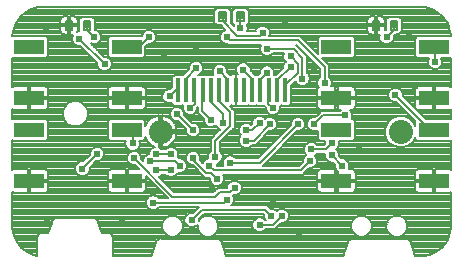
<source format=gbl>
G75*
%MOIN*%
%OFA0B0*%
%FSLAX24Y24*%
%IPPOS*%
%LPD*%
%AMOC8*
5,1,8,0,0,1.08239X$1,22.5*
%
%ADD10R,0.0138X0.0787*%
%ADD11C,0.0075*%
%ADD12R,0.1000X0.0500*%
%ADD13C,0.0800*%
%ADD14C,0.0060*%
%ADD15C,0.0240*%
%ADD16C,0.0080*%
D10*
X005864Y005888D03*
X006140Y005888D03*
X006415Y005888D03*
X006691Y005888D03*
X006966Y005888D03*
X007242Y005888D03*
X007518Y005888D03*
X007793Y005888D03*
X008069Y005888D03*
X008344Y005888D03*
X008620Y005888D03*
X008895Y005888D03*
X009171Y005888D03*
X009447Y005888D03*
D11*
X012360Y008187D02*
X012586Y008187D01*
X012586Y007911D01*
X012360Y007911D01*
X012360Y008187D01*
X012360Y007985D02*
X012586Y007985D01*
X012586Y008059D02*
X012360Y008059D01*
X012360Y008133D02*
X012586Y008133D01*
X012960Y008187D02*
X013186Y008187D01*
X013186Y007911D01*
X012960Y007911D01*
X012960Y008187D01*
X012960Y007985D02*
X013186Y007985D01*
X013186Y008059D02*
X012960Y008059D01*
X012960Y008133D02*
X013186Y008133D01*
X008068Y008482D02*
X007842Y008482D01*
X008068Y008482D02*
X008068Y008206D01*
X007842Y008206D01*
X007842Y008482D01*
X007842Y008280D02*
X008068Y008280D01*
X008068Y008354D02*
X007842Y008354D01*
X007842Y008428D02*
X008068Y008428D01*
X007468Y008482D02*
X007242Y008482D01*
X007468Y008482D02*
X007468Y008206D01*
X007242Y008206D01*
X007242Y008482D01*
X007242Y008280D02*
X007468Y008280D01*
X007468Y008354D02*
X007242Y008354D01*
X007242Y008428D02*
X007468Y008428D01*
X002950Y008187D02*
X002724Y008187D01*
X002950Y008187D02*
X002950Y007911D01*
X002724Y007911D01*
X002724Y008187D01*
X002724Y007985D02*
X002950Y007985D01*
X002950Y008059D02*
X002724Y008059D01*
X002724Y008133D02*
X002950Y008133D01*
X002350Y008187D02*
X002124Y008187D01*
X002350Y008187D02*
X002350Y007911D01*
X002124Y007911D01*
X002124Y008187D01*
X002124Y007985D02*
X002350Y007985D01*
X002350Y008059D02*
X002124Y008059D01*
X002124Y008133D02*
X002350Y008133D01*
D12*
X000912Y007324D03*
X000912Y005624D03*
X000912Y004568D03*
X000912Y002868D03*
X004163Y002868D03*
X004163Y004568D03*
X004163Y005624D03*
X004163Y007324D03*
X011148Y007324D03*
X011148Y005624D03*
X011148Y004568D03*
X011148Y002868D03*
X014399Y002868D03*
X014399Y004568D03*
X014399Y005624D03*
X014399Y007324D03*
D13*
X013293Y004506D03*
X005293Y004506D03*
D14*
X005834Y005096D02*
X006376Y004555D01*
X006966Y004899D02*
X006671Y005195D01*
X006671Y005884D01*
X006691Y005888D01*
X006425Y005884D02*
X006415Y005888D01*
X006425Y005884D02*
X006425Y005441D01*
X006277Y005293D01*
X006966Y005490D02*
X006966Y005888D01*
X007242Y005888D02*
X007262Y005884D01*
X007262Y005490D01*
X007606Y005145D01*
X007606Y004703D01*
X007114Y004210D01*
X007114Y003669D01*
X006917Y003374D02*
X007065Y003226D01*
X009968Y003226D01*
X010264Y003521D01*
X010313Y003915D02*
X010805Y003915D01*
X011002Y004112D01*
X011002Y003718D02*
X011346Y003374D01*
X010411Y004752D02*
X010706Y005047D01*
X011445Y005047D01*
X009870Y004752D02*
X008590Y003472D01*
X007606Y003472D01*
X007163Y002931D02*
X006966Y003128D01*
X006819Y003128D01*
X006376Y003571D01*
X006376Y003620D01*
X005933Y003374D02*
X005785Y003521D01*
X004949Y003521D01*
X005145Y003768D02*
X005638Y003768D01*
X005638Y003226D02*
X005145Y003226D01*
X004407Y003620D02*
X005687Y002340D01*
X007114Y002340D01*
X007262Y002488D01*
X007606Y002488D01*
X007754Y002636D01*
X007508Y002242D02*
X007409Y002144D01*
X005047Y002144D01*
X006327Y001553D02*
X006671Y001897D01*
X008787Y001897D01*
X008984Y001701D01*
X009033Y001405D02*
X008590Y001405D01*
X009033Y001405D02*
X009329Y001701D01*
X008394Y004210D02*
X008147Y004210D01*
X008394Y004210D02*
X008935Y004752D01*
X008590Y004801D02*
X008344Y004555D01*
X008147Y004555D01*
X007360Y004801D02*
X007360Y005096D01*
X006966Y005490D01*
X007518Y005888D02*
X007508Y005933D01*
X007508Y006277D01*
X007262Y006523D01*
X008049Y006573D02*
X008344Y006277D01*
X008344Y005888D01*
X008620Y005888D02*
X008640Y005933D01*
X008640Y006277D01*
X008836Y006474D01*
X009181Y006228D02*
X009181Y005933D01*
X009171Y005888D01*
X009447Y005888D02*
X009476Y005933D01*
X009476Y006081D01*
X009870Y006474D01*
X009870Y006769D01*
X009624Y007016D01*
X009722Y007262D02*
X010018Y006966D01*
X010018Y006277D01*
X009624Y006671D02*
X009181Y006228D01*
X008895Y005888D02*
X008886Y005884D01*
X008886Y005441D01*
X009033Y005293D01*
X010756Y006130D02*
X010756Y006671D01*
X009870Y007557D01*
X007606Y007557D01*
X007508Y007655D01*
X007852Y007705D02*
X007360Y008197D01*
X007360Y008344D01*
X007355Y008344D01*
X007951Y008344D02*
X007951Y007951D01*
X007852Y007705D02*
X008590Y007705D01*
X008689Y007803D01*
X008836Y007262D02*
X009722Y007262D01*
X007955Y008344D02*
X007951Y008344D01*
X006474Y006622D02*
X006130Y006277D01*
X006130Y005933D01*
X006140Y005888D01*
X005864Y005888D02*
X005834Y005933D01*
X005588Y005687D01*
X004358Y004407D02*
X004210Y004555D01*
X004163Y004568D01*
X004358Y004407D02*
X004358Y004112D01*
X003177Y003768D02*
X002685Y003275D01*
X003423Y006769D02*
X002586Y007606D01*
X002832Y007901D02*
X002832Y008049D01*
X002837Y008049D01*
X002832Y007901D02*
X003079Y007655D01*
X004163Y007324D02*
X004210Y007360D01*
X004604Y007360D01*
X004899Y007655D01*
X012823Y007655D02*
X013069Y007901D01*
X013069Y008049D01*
X013073Y008049D01*
X014399Y007324D02*
X014447Y007311D01*
X014447Y006819D01*
X013118Y005736D02*
X014250Y004604D01*
X014397Y004604D01*
X014399Y004568D01*
D15*
X013118Y005736D03*
X013758Y006031D03*
X014447Y006819D03*
X013561Y007803D03*
X012823Y007655D03*
X010756Y006130D03*
X010411Y006671D03*
X010018Y006277D03*
X009624Y006671D03*
X009624Y007016D03*
X008836Y007262D03*
X008689Y007803D03*
X007951Y007951D03*
X007508Y007655D03*
X006474Y007262D03*
X006474Y006622D03*
X007262Y006523D03*
X008049Y006573D03*
X008836Y006474D03*
X009033Y005293D03*
X008935Y004752D03*
X008590Y004801D03*
X008147Y004555D03*
X008147Y004210D03*
X007360Y004801D03*
X006966Y004899D03*
X006376Y004555D03*
X005834Y005096D03*
X006277Y005293D03*
X005588Y005687D03*
X005392Y007065D03*
X004899Y007655D03*
X003423Y006769D03*
X003079Y007655D03*
X002586Y007606D03*
X001455Y007852D03*
X004358Y004112D03*
X004407Y003620D03*
X004949Y003521D03*
X005145Y003768D03*
X005638Y003768D03*
X005933Y003374D03*
X005638Y003226D03*
X005145Y003226D03*
X006376Y003620D03*
X006917Y003374D03*
X007114Y003669D03*
X007606Y003472D03*
X007163Y002931D03*
X007016Y002586D03*
X007508Y002242D03*
X007754Y002636D03*
X008984Y001701D03*
X009329Y001701D03*
X009033Y002094D03*
X008590Y001405D03*
X009919Y001061D03*
X011346Y003374D03*
X011002Y003718D03*
X011002Y004112D03*
X010313Y003915D03*
X010264Y003521D03*
X011888Y003915D03*
X010411Y004752D03*
X009870Y004752D03*
X011445Y005047D03*
X009427Y008147D03*
X003177Y003768D03*
X002685Y003275D03*
X005047Y002144D03*
X004014Y001455D03*
X006327Y001553D03*
X001504Y001504D03*
D16*
X000897Y000455D02*
X000641Y000641D01*
X000455Y000897D01*
X000357Y001198D01*
X000345Y001356D01*
X000345Y002495D01*
X000358Y002488D01*
X000393Y002478D01*
X000872Y002478D01*
X000872Y002828D01*
X000952Y002828D01*
X000952Y002908D01*
X001552Y002908D01*
X001552Y003137D01*
X001542Y003172D01*
X001524Y003204D01*
X001498Y003230D01*
X001466Y003249D01*
X001430Y003258D01*
X000952Y003258D01*
X000952Y002908D01*
X000872Y002908D01*
X000872Y003258D01*
X000393Y003258D01*
X000358Y003249D01*
X000345Y003242D01*
X000345Y004215D01*
X000362Y004198D01*
X001461Y004198D01*
X001532Y004269D01*
X001532Y004868D01*
X001461Y004938D01*
X000362Y004938D01*
X000345Y004921D01*
X000345Y005251D01*
X000358Y005244D01*
X000393Y005234D01*
X000872Y005234D01*
X000872Y005584D01*
X000952Y005584D01*
X000952Y005664D01*
X001552Y005664D01*
X001552Y005893D01*
X001542Y005928D01*
X001524Y005960D01*
X001498Y005986D01*
X001466Y006005D01*
X001430Y006014D01*
X000952Y006014D01*
X000952Y005664D01*
X000872Y005664D01*
X000872Y006014D01*
X000393Y006014D01*
X000358Y006005D01*
X000345Y005997D01*
X000345Y006971D01*
X000362Y006954D01*
X001461Y006954D01*
X001532Y007025D01*
X001532Y007624D01*
X001461Y007694D01*
X000362Y007694D01*
X000347Y007679D01*
X000357Y007813D01*
X000455Y008114D01*
X000641Y008370D01*
X000897Y008556D01*
X001198Y008654D01*
X001356Y008666D01*
X013955Y008666D01*
X014113Y008654D01*
X014414Y008556D01*
X014669Y008370D01*
X014855Y008114D01*
X014953Y007813D01*
X014964Y007679D01*
X014949Y007694D01*
X013849Y007694D01*
X013779Y007624D01*
X013779Y007025D01*
X013849Y006954D01*
X014243Y006954D01*
X014207Y006866D01*
X014207Y006771D01*
X014243Y006683D01*
X014311Y006615D01*
X014399Y006579D01*
X014494Y006579D01*
X014583Y006615D01*
X014650Y006683D01*
X014687Y006771D01*
X014687Y006866D01*
X014650Y006954D01*
X014949Y006954D01*
X014966Y006971D01*
X014966Y005997D01*
X014953Y006005D01*
X014917Y006014D01*
X014439Y006014D01*
X014439Y005664D01*
X014359Y005664D01*
X014359Y005584D01*
X014439Y005584D01*
X014439Y005234D01*
X014917Y005234D01*
X014953Y005244D01*
X014966Y005251D01*
X014966Y004921D01*
X014949Y004938D01*
X014128Y004938D01*
X013358Y005708D01*
X013358Y005784D01*
X013321Y005872D01*
X013254Y005939D01*
X013166Y005976D01*
X013070Y005976D01*
X012982Y005939D01*
X012914Y005872D01*
X012878Y005784D01*
X012878Y005688D01*
X012914Y005600D01*
X012982Y005533D01*
X013070Y005496D01*
X013146Y005496D01*
X013779Y004863D01*
X013779Y004690D01*
X013734Y004800D01*
X013587Y004947D01*
X013396Y005026D01*
X013189Y005026D01*
X012998Y004947D01*
X012852Y004800D01*
X012773Y004609D01*
X012773Y004402D01*
X012852Y004211D01*
X012998Y004065D01*
X013189Y003986D01*
X013396Y003986D01*
X013587Y004065D01*
X013734Y004211D01*
X013779Y004321D01*
X013779Y004269D01*
X013849Y004198D01*
X014949Y004198D01*
X014966Y004215D01*
X014966Y003242D01*
X014953Y003249D01*
X014917Y003258D01*
X014439Y003258D01*
X014439Y002908D01*
X014359Y002908D01*
X014359Y002828D01*
X014439Y002828D01*
X014439Y002478D01*
X014917Y002478D01*
X014953Y002488D01*
X014966Y002495D01*
X014966Y001356D01*
X014953Y001198D01*
X014855Y000897D01*
X014669Y000641D01*
X014414Y000455D01*
X014113Y000357D01*
X013955Y000345D01*
X013782Y000345D01*
X013632Y000793D01*
X013632Y000836D01*
X013611Y000857D01*
X013601Y000886D01*
X013563Y000905D01*
X013533Y000936D01*
X013503Y000936D01*
X013475Y000949D01*
X013435Y000936D01*
X011718Y000936D01*
X011678Y000949D01*
X011651Y000936D01*
X011620Y000936D01*
X011590Y000905D01*
X011552Y000886D01*
X011542Y000857D01*
X011521Y000836D01*
X011521Y000793D01*
X011371Y000345D01*
X007483Y000345D01*
X007333Y000793D01*
X007333Y000836D01*
X007312Y000857D01*
X007302Y000886D01*
X007264Y000905D01*
X007234Y000936D01*
X007203Y000936D01*
X007176Y000949D01*
X007136Y000936D01*
X005321Y000936D01*
X005280Y000949D01*
X005253Y000936D01*
X005223Y000936D01*
X005192Y000905D01*
X005154Y000886D01*
X005145Y000857D01*
X005123Y000836D01*
X005123Y000793D01*
X004974Y000345D01*
X003691Y000345D01*
X003691Y001033D01*
X003592Y001132D01*
X003341Y001132D01*
X003199Y001487D01*
X003199Y001525D01*
X003174Y001550D01*
X003161Y001583D01*
X003126Y001598D01*
X003100Y001625D01*
X003064Y001625D01*
X003032Y001639D01*
X002997Y001625D01*
X001881Y001625D01*
X001846Y001639D01*
X001813Y001625D01*
X001778Y001625D01*
X001751Y001598D01*
X001717Y001583D01*
X001703Y001550D01*
X001678Y001525D01*
X001678Y001487D01*
X001536Y001132D01*
X001286Y001132D01*
X001186Y001033D01*
X001186Y000361D01*
X000897Y000455D01*
X000851Y000489D02*
X001186Y000489D01*
X001186Y000411D02*
X001035Y000411D01*
X001186Y000568D02*
X000743Y000568D01*
X000638Y000646D02*
X001186Y000646D01*
X001186Y000725D02*
X000581Y000725D01*
X000524Y000803D02*
X001186Y000803D01*
X001186Y000882D02*
X000467Y000882D01*
X000435Y000960D02*
X001186Y000960D01*
X001192Y001039D02*
X000409Y001039D01*
X000384Y001117D02*
X001270Y001117D01*
X001562Y001196D02*
X000358Y001196D01*
X000351Y001274D02*
X001593Y001274D01*
X001624Y001353D02*
X000345Y001353D01*
X000345Y001431D02*
X001656Y001431D01*
X001678Y001510D02*
X000345Y001510D01*
X000345Y001588D02*
X001728Y001588D01*
X001466Y002488D02*
X001498Y002506D01*
X001524Y002532D01*
X001542Y002564D01*
X001552Y002600D01*
X001552Y002828D01*
X000952Y002828D01*
X000952Y002478D01*
X001430Y002478D01*
X001466Y002488D01*
X001521Y002530D02*
X003553Y002530D01*
X003551Y002532D02*
X003577Y002506D01*
X003609Y002488D01*
X003644Y002478D01*
X004123Y002478D01*
X004123Y002828D01*
X004203Y002828D01*
X004203Y002478D01*
X004681Y002478D01*
X004717Y002488D01*
X004749Y002506D01*
X004775Y002532D01*
X004793Y002564D01*
X004803Y002600D01*
X004803Y002828D01*
X004203Y002828D01*
X004203Y002908D01*
X004803Y002908D01*
X004803Y003012D01*
X005522Y002294D01*
X005236Y002294D01*
X005183Y002347D01*
X005095Y002384D01*
X004999Y002384D01*
X004911Y002347D01*
X004844Y002279D01*
X004807Y002191D01*
X004807Y002096D01*
X004844Y002008D01*
X004911Y001940D01*
X004999Y001904D01*
X005095Y001904D01*
X005183Y001940D01*
X005236Y001994D01*
X006555Y001994D01*
X006354Y001793D01*
X006279Y001793D01*
X006191Y001756D01*
X006123Y001689D01*
X006087Y001601D01*
X006087Y001505D01*
X006123Y001417D01*
X006191Y001349D01*
X006279Y001313D01*
X006374Y001313D01*
X006463Y001349D01*
X006521Y001408D01*
X006521Y001287D01*
X006574Y001159D01*
X006671Y001062D01*
X006799Y001009D01*
X006937Y001009D01*
X007065Y001062D01*
X007162Y001159D01*
X007215Y001287D01*
X007215Y001425D01*
X007162Y001553D01*
X007065Y001650D01*
X006937Y001703D01*
X006799Y001703D01*
X006671Y001650D01*
X006574Y001553D01*
X006567Y001536D01*
X006567Y001581D01*
X006733Y001747D01*
X008725Y001747D01*
X008744Y001728D01*
X008744Y001653D01*
X008781Y001565D01*
X008790Y001555D01*
X008780Y001555D01*
X008726Y001609D01*
X008638Y001645D01*
X008543Y001645D01*
X008454Y001609D01*
X008387Y001541D01*
X008350Y001453D01*
X008350Y001358D01*
X008387Y001269D01*
X008454Y001202D01*
X008543Y001165D01*
X008638Y001165D01*
X008726Y001202D01*
X008780Y001255D01*
X009095Y001255D01*
X009301Y001461D01*
X009376Y001461D01*
X009464Y001497D01*
X009532Y001565D01*
X009569Y001653D01*
X009569Y001748D01*
X009532Y001837D01*
X009464Y001904D01*
X009376Y001941D01*
X009281Y001941D01*
X009193Y001904D01*
X009156Y001868D01*
X009120Y001904D01*
X009032Y001941D01*
X008956Y001941D01*
X008937Y001960D01*
X008849Y002047D01*
X007653Y002047D01*
X007711Y002106D01*
X007748Y002194D01*
X007748Y002290D01*
X007711Y002378D01*
X007710Y002379D01*
X007726Y002396D01*
X007801Y002396D01*
X007890Y002432D01*
X007957Y002500D01*
X007994Y002588D01*
X007994Y002683D01*
X007957Y002772D01*
X007890Y002839D01*
X007801Y002876D01*
X007706Y002876D01*
X007618Y002839D01*
X007550Y002772D01*
X007514Y002683D01*
X007514Y002638D01*
X007199Y002638D01*
X007052Y002490D01*
X005749Y002490D01*
X005236Y003004D01*
X005281Y003023D01*
X005335Y003076D01*
X005448Y003076D01*
X005502Y003023D01*
X005590Y002986D01*
X005685Y002986D01*
X005774Y003023D01*
X005841Y003090D01*
X005863Y003143D01*
X005885Y003134D01*
X005981Y003134D01*
X006069Y003170D01*
X006136Y003238D01*
X006173Y003326D01*
X006173Y003422D01*
X006136Y003510D01*
X006069Y003577D01*
X005981Y003614D01*
X005905Y003614D01*
X005855Y003664D01*
X005878Y003720D01*
X005878Y003815D01*
X005841Y003903D01*
X005774Y003971D01*
X005685Y004008D01*
X005590Y004008D01*
X005502Y003971D01*
X005448Y003918D01*
X005335Y003918D01*
X005281Y003971D01*
X005253Y003983D01*
X005253Y004466D01*
X005333Y004466D01*
X005333Y004546D01*
X005253Y004546D01*
X005253Y005046D01*
X005250Y005046D01*
X005166Y005032D01*
X005085Y005006D01*
X005010Y004968D01*
X004941Y004918D01*
X004881Y004857D01*
X004831Y004789D01*
X004792Y004713D01*
X004783Y004684D01*
X004783Y004868D01*
X004713Y004938D01*
X003613Y004938D01*
X003543Y004868D01*
X003543Y004269D01*
X003613Y004198D01*
X004134Y004198D01*
X004118Y004160D01*
X004118Y004064D01*
X004155Y003976D01*
X004222Y003909D01*
X004310Y003872D01*
X004406Y003872D01*
X004494Y003909D01*
X004562Y003976D01*
X004598Y004064D01*
X004598Y004160D01*
X004582Y004198D01*
X004713Y004198D01*
X004783Y004269D01*
X004783Y004328D01*
X004792Y004298D01*
X004831Y004223D01*
X004881Y004154D01*
X004941Y004094D01*
X005010Y004044D01*
X005085Y004005D01*
X005089Y004004D01*
X005010Y003971D01*
X004942Y003903D01*
X004905Y003815D01*
X004905Y003761D01*
X004901Y003761D01*
X004813Y003725D01*
X004745Y003657D01*
X004709Y003569D01*
X004709Y003531D01*
X004647Y003592D01*
X004647Y003668D01*
X004611Y003756D01*
X004543Y003823D01*
X004455Y003860D01*
X004360Y003860D01*
X004271Y003823D01*
X004204Y003756D01*
X004167Y003668D01*
X004167Y003572D01*
X004204Y003484D01*
X004271Y003416D01*
X004360Y003380D01*
X004435Y003380D01*
X004557Y003258D01*
X004203Y003258D01*
X004203Y002908D01*
X004123Y002908D01*
X004123Y002828D01*
X003523Y002828D01*
X003523Y002600D01*
X003532Y002564D01*
X003551Y002532D01*
X003523Y002609D02*
X001552Y002609D01*
X001552Y002687D02*
X003523Y002687D01*
X003523Y002766D02*
X001552Y002766D01*
X001552Y002923D02*
X003523Y002923D01*
X003523Y002908D02*
X004123Y002908D01*
X004123Y003258D01*
X003644Y003258D01*
X003609Y003249D01*
X003577Y003230D01*
X003551Y003204D01*
X003532Y003172D01*
X003523Y003137D01*
X003523Y002908D01*
X003523Y003001D02*
X001552Y003001D01*
X001552Y003080D02*
X002541Y003080D01*
X002549Y003072D02*
X002637Y003035D01*
X002733Y003035D01*
X002821Y003072D01*
X002888Y003139D01*
X002925Y003228D01*
X002925Y003303D01*
X003149Y003528D01*
X003225Y003528D01*
X003313Y003564D01*
X003380Y003632D01*
X003417Y003720D01*
X003417Y003815D01*
X003380Y003903D01*
X003313Y003971D01*
X003225Y004008D01*
X003129Y004008D01*
X003041Y003971D01*
X002974Y003903D01*
X002937Y003815D01*
X002937Y003740D01*
X002713Y003515D01*
X002637Y003515D01*
X002549Y003479D01*
X002481Y003411D01*
X002445Y003323D01*
X002445Y003228D01*
X002481Y003139D01*
X002549Y003072D01*
X002474Y003158D02*
X001546Y003158D01*
X001487Y003237D02*
X002445Y003237D01*
X002445Y003315D02*
X000345Y003315D01*
X000345Y003394D02*
X002474Y003394D01*
X002542Y003472D02*
X000345Y003472D01*
X000345Y003551D02*
X002748Y003551D01*
X002826Y003629D02*
X000345Y003629D01*
X000345Y003708D02*
X002905Y003708D01*
X002937Y003786D02*
X000345Y003786D01*
X000345Y003865D02*
X002957Y003865D01*
X003013Y003943D02*
X000345Y003943D01*
X000345Y004022D02*
X004136Y004022D01*
X004118Y004100D02*
X000345Y004100D01*
X000345Y004179D02*
X004126Y004179D01*
X004188Y003943D02*
X003341Y003943D01*
X003397Y003865D02*
X004926Y003865D01*
X004905Y003786D02*
X004581Y003786D01*
X004631Y003708D02*
X004795Y003708D01*
X004733Y003629D02*
X004647Y003629D01*
X004689Y003551D02*
X004709Y003551D01*
X004500Y003315D02*
X002937Y003315D01*
X002925Y003237D02*
X003588Y003237D01*
X003528Y003158D02*
X002896Y003158D01*
X002828Y003080D02*
X003523Y003080D01*
X003094Y003472D02*
X004216Y003472D01*
X004176Y003551D02*
X003280Y003551D01*
X003378Y003629D02*
X004167Y003629D01*
X004184Y003708D02*
X003412Y003708D01*
X003417Y003786D02*
X004234Y003786D01*
X004528Y003943D02*
X004982Y003943D01*
X005054Y004022D02*
X004580Y004022D01*
X004598Y004100D02*
X004935Y004100D01*
X004863Y004179D02*
X004590Y004179D01*
X004771Y004257D02*
X004813Y004257D01*
X005253Y004257D02*
X005333Y004257D01*
X005333Y004179D02*
X005253Y004179D01*
X005253Y004100D02*
X005333Y004100D01*
X005333Y004022D02*
X005253Y004022D01*
X005309Y003943D02*
X005474Y003943D01*
X005419Y003979D02*
X005500Y004005D01*
X005576Y004044D01*
X005645Y004094D01*
X005705Y004154D01*
X005755Y004223D01*
X005793Y004298D01*
X005819Y004379D01*
X005833Y004463D01*
X005833Y004466D01*
X005333Y004466D01*
X005333Y003966D01*
X005335Y003966D01*
X005419Y003979D01*
X005532Y004022D02*
X006964Y004022D01*
X006964Y004100D02*
X005651Y004100D01*
X005722Y004179D02*
X006964Y004179D01*
X006964Y004257D02*
X005772Y004257D01*
X005805Y004336D02*
X006278Y004336D01*
X006240Y004351D02*
X006328Y004315D01*
X006424Y004315D01*
X006512Y004351D01*
X006579Y004419D01*
X006616Y004507D01*
X006616Y004603D01*
X006579Y004691D01*
X006512Y004758D01*
X006424Y004795D01*
X006348Y004795D01*
X006074Y005068D01*
X006074Y005144D01*
X006038Y005232D01*
X005970Y005300D01*
X005882Y005336D01*
X005787Y005336D01*
X005698Y005300D01*
X005631Y005232D01*
X005594Y005144D01*
X005594Y005049D01*
X005631Y004960D01*
X005698Y004893D01*
X005787Y004856D01*
X005862Y004856D01*
X006136Y004583D01*
X006136Y004507D01*
X006172Y004419D01*
X006240Y004351D01*
X006177Y004414D02*
X005825Y004414D01*
X005833Y004546D02*
X005833Y004548D01*
X005819Y004632D01*
X005793Y004713D01*
X005755Y004789D01*
X005705Y004857D01*
X005645Y004918D01*
X005576Y004968D01*
X005500Y005006D01*
X005419Y005032D01*
X005335Y005046D01*
X005333Y005046D01*
X005333Y004546D01*
X005833Y004546D01*
X005829Y004571D02*
X006136Y004571D01*
X006142Y004493D02*
X005333Y004493D01*
X005333Y004571D02*
X005253Y004571D01*
X005253Y004650D02*
X005333Y004650D01*
X005333Y004728D02*
X005253Y004728D01*
X005253Y004807D02*
X005333Y004807D01*
X005333Y004885D02*
X005253Y004885D01*
X005253Y004964D02*
X005333Y004964D01*
X005333Y005042D02*
X005253Y005042D01*
X005227Y005042D02*
X002865Y005042D01*
X002865Y005016D02*
X002801Y004861D01*
X002683Y004743D01*
X002528Y004679D01*
X002361Y004679D01*
X002207Y004743D01*
X002089Y004861D01*
X002025Y005016D01*
X002025Y005183D01*
X002089Y005337D01*
X002207Y005455D01*
X002361Y005519D01*
X002528Y005519D01*
X002683Y005455D01*
X002801Y005337D01*
X002865Y005183D01*
X002865Y005016D01*
X002843Y004964D02*
X005004Y004964D01*
X004908Y004885D02*
X004766Y004885D01*
X004783Y004807D02*
X004844Y004807D01*
X004800Y004728D02*
X004783Y004728D01*
X005253Y004414D02*
X005333Y004414D01*
X005333Y004336D02*
X005253Y004336D01*
X005786Y004728D02*
X005991Y004728D01*
X006069Y004650D02*
X005814Y004650D01*
X005742Y004807D02*
X005912Y004807D01*
X005717Y004885D02*
X005677Y004885D01*
X005630Y004964D02*
X005581Y004964D01*
X005597Y005042D02*
X005359Y005042D01*
X005594Y005121D02*
X002865Y005121D01*
X002858Y005199D02*
X005617Y005199D01*
X005676Y005278D02*
X004764Y005278D01*
X004775Y005288D02*
X004793Y005320D01*
X004803Y005356D01*
X006044Y005356D01*
X006037Y005341D02*
X006037Y005245D01*
X006074Y005157D01*
X006141Y005090D01*
X006230Y005053D01*
X006325Y005053D01*
X006413Y005090D01*
X006481Y005157D01*
X006517Y005245D01*
X006517Y005321D01*
X006521Y005325D01*
X006521Y005133D01*
X006726Y004927D01*
X006726Y004852D01*
X006763Y004763D01*
X006830Y004696D01*
X006919Y004659D01*
X007014Y004659D01*
X007102Y004696D01*
X007132Y004725D01*
X007157Y004665D01*
X007224Y004598D01*
X007270Y004579D01*
X006964Y004273D01*
X006964Y003859D01*
X006911Y003805D01*
X006874Y003717D01*
X006874Y003621D01*
X006877Y003614D01*
X006869Y003614D01*
X006781Y003577D01*
X006714Y003510D01*
X006695Y003464D01*
X006607Y003551D01*
X006616Y003572D01*
X006616Y003668D01*
X006579Y003756D01*
X006512Y003823D01*
X006424Y003860D01*
X006328Y003860D01*
X006240Y003823D01*
X006172Y003756D01*
X006136Y003668D01*
X006136Y003572D01*
X006172Y003484D01*
X006240Y003416D01*
X006328Y003380D01*
X006354Y003380D01*
X006757Y002978D01*
X006904Y002978D01*
X006923Y002959D01*
X006923Y002883D01*
X006960Y002795D01*
X007027Y002727D01*
X007115Y002691D01*
X007211Y002691D01*
X007299Y002727D01*
X007367Y002795D01*
X007403Y002883D01*
X007403Y002979D01*
X007367Y003067D01*
X007357Y003076D01*
X010030Y003076D01*
X010118Y003164D01*
X010236Y003281D01*
X010311Y003281D01*
X010400Y003318D01*
X010467Y003386D01*
X010504Y003474D01*
X010504Y003569D01*
X010467Y003657D01*
X010423Y003701D01*
X010449Y003712D01*
X010502Y003765D01*
X010762Y003765D01*
X010762Y003671D01*
X010798Y003582D01*
X010866Y003515D01*
X010954Y003478D01*
X011030Y003478D01*
X011106Y003402D01*
X011106Y003326D01*
X011143Y003238D01*
X011188Y003193D01*
X011188Y002908D01*
X011788Y002908D01*
X011788Y003137D01*
X011778Y003172D01*
X011760Y003204D01*
X011734Y003230D01*
X011702Y003249D01*
X011666Y003258D01*
X011558Y003258D01*
X011586Y003326D01*
X011586Y003422D01*
X011550Y003510D01*
X011482Y003577D01*
X011394Y003614D01*
X011318Y003614D01*
X011242Y003690D01*
X011242Y003766D01*
X011205Y003854D01*
X011144Y003915D01*
X011205Y003976D01*
X011242Y004064D01*
X011242Y004160D01*
X011226Y004198D01*
X011698Y004198D01*
X011768Y004269D01*
X011768Y004868D01*
X011698Y004938D01*
X011659Y004938D01*
X011685Y004999D01*
X011685Y005095D01*
X011648Y005183D01*
X011597Y005234D01*
X011666Y005234D01*
X011702Y005244D01*
X011734Y005262D01*
X011760Y005288D01*
X011778Y005320D01*
X011788Y005356D01*
X013286Y005356D01*
X013364Y005278D02*
X011749Y005278D01*
X011788Y005356D02*
X011788Y005584D01*
X011188Y005584D01*
X011188Y005664D01*
X011788Y005664D01*
X011788Y005893D01*
X011778Y005928D01*
X011760Y005960D01*
X011734Y005986D01*
X011702Y006005D01*
X011666Y006014D01*
X011188Y006014D01*
X011188Y005664D01*
X011108Y005664D01*
X011108Y005584D01*
X011188Y005584D01*
X011188Y005234D01*
X011292Y005234D01*
X011255Y005197D01*
X010644Y005197D01*
X010556Y005109D01*
X010439Y004992D01*
X010363Y004992D01*
X010275Y004955D01*
X010208Y004888D01*
X010171Y004800D01*
X010171Y004704D01*
X010208Y004616D01*
X010275Y004548D01*
X010363Y004512D01*
X010459Y004512D01*
X010528Y004540D01*
X010528Y004269D01*
X010598Y004198D01*
X010778Y004198D01*
X010762Y004160D01*
X010762Y004084D01*
X010743Y004065D01*
X010502Y004065D01*
X010449Y004119D01*
X010361Y004155D01*
X010265Y004155D01*
X010177Y004119D01*
X010109Y004051D01*
X010073Y003963D01*
X010073Y003867D01*
X010109Y003779D01*
X010153Y003735D01*
X010128Y003725D01*
X010060Y003657D01*
X010024Y003569D01*
X010024Y003494D01*
X009906Y003376D01*
X008706Y003376D01*
X009842Y004512D01*
X009918Y004512D01*
X010006Y004548D01*
X010073Y004616D01*
X010110Y004704D01*
X010110Y004800D01*
X010073Y004888D01*
X010006Y004955D01*
X009918Y004992D01*
X009822Y004992D01*
X009734Y004955D01*
X009666Y004888D01*
X009630Y004800D01*
X009630Y004724D01*
X008528Y003622D01*
X007796Y003622D01*
X007742Y003676D01*
X007654Y003712D01*
X007558Y003712D01*
X007470Y003676D01*
X007403Y003608D01*
X007366Y003520D01*
X007366Y003425D01*
X007386Y003376D01*
X007157Y003376D01*
X007157Y003422D01*
X007154Y003429D01*
X007162Y003429D01*
X007250Y003466D01*
X007317Y003533D01*
X007354Y003621D01*
X007354Y003717D01*
X007317Y003805D01*
X007264Y003859D01*
X007264Y004148D01*
X007668Y004553D01*
X007756Y004640D01*
X007756Y005208D01*
X007590Y005374D01*
X007636Y005374D01*
X007642Y005380D01*
X007670Y005363D01*
X007706Y005354D01*
X007793Y005354D01*
X007793Y005888D01*
X007793Y006421D01*
X007706Y006421D01*
X007670Y006412D01*
X007642Y006395D01*
X007636Y006401D01*
X007596Y006401D01*
X007502Y006496D01*
X007502Y006571D01*
X007465Y006659D01*
X007398Y006727D01*
X007309Y006763D01*
X007214Y006763D01*
X007126Y006727D01*
X007058Y006659D01*
X007022Y006571D01*
X007022Y006476D01*
X007052Y006401D01*
X006848Y006401D01*
X006829Y006382D01*
X006809Y006401D01*
X006572Y006401D01*
X006553Y006382D01*
X006544Y006391D01*
X006610Y006418D01*
X006678Y006486D01*
X006714Y006574D01*
X006714Y006670D01*
X006678Y006758D01*
X006610Y006825D01*
X006522Y006862D01*
X006426Y006862D01*
X006338Y006825D01*
X006271Y006758D01*
X006234Y006670D01*
X006234Y006594D01*
X006068Y006427D01*
X006042Y006401D01*
X006021Y006401D01*
X006002Y006382D01*
X005983Y006401D01*
X005745Y006401D01*
X005675Y006331D01*
X005675Y005986D01*
X005616Y005927D01*
X005541Y005927D01*
X005452Y005890D01*
X005385Y005823D01*
X005348Y005735D01*
X005348Y005639D01*
X005385Y005551D01*
X005452Y005483D01*
X005541Y005447D01*
X005636Y005447D01*
X005675Y005463D01*
X005675Y005444D01*
X005745Y005374D01*
X005983Y005374D01*
X006002Y005393D01*
X006021Y005374D01*
X006051Y005374D01*
X006037Y005341D01*
X006037Y005278D02*
X005993Y005278D01*
X006052Y005199D02*
X006057Y005199D01*
X006074Y005121D02*
X006111Y005121D01*
X006101Y005042D02*
X006612Y005042D01*
X006690Y004964D02*
X006179Y004964D01*
X006258Y004885D02*
X006726Y004885D01*
X006745Y004807D02*
X006336Y004807D01*
X006542Y004728D02*
X006798Y004728D01*
X006596Y004650D02*
X007172Y004650D01*
X007262Y004571D02*
X006616Y004571D01*
X006610Y004493D02*
X007184Y004493D01*
X007105Y004414D02*
X006574Y004414D01*
X006473Y004336D02*
X007027Y004336D01*
X007294Y004179D02*
X007907Y004179D01*
X007907Y004163D02*
X007944Y004074D01*
X008011Y004007D01*
X008100Y003970D01*
X008195Y003970D01*
X008283Y004007D01*
X008337Y004060D01*
X008456Y004060D01*
X008907Y004512D01*
X008983Y004512D01*
X009071Y004548D01*
X009138Y004616D01*
X009175Y004704D01*
X009175Y004800D01*
X009138Y004888D01*
X009071Y004955D01*
X008983Y004992D01*
X008887Y004992D01*
X008799Y004955D01*
X008787Y004944D01*
X008726Y005004D01*
X008638Y005041D01*
X008543Y005041D01*
X008454Y005004D01*
X008387Y004937D01*
X008350Y004849D01*
X008350Y004773D01*
X008310Y004732D01*
X008283Y004758D01*
X008195Y004795D01*
X008100Y004795D01*
X008011Y004758D01*
X007944Y004691D01*
X007907Y004603D01*
X007907Y004507D01*
X007944Y004419D01*
X007980Y004383D01*
X007944Y004346D01*
X007907Y004258D01*
X007907Y004163D01*
X007933Y004100D02*
X007264Y004100D01*
X007264Y004022D02*
X007997Y004022D01*
X007907Y004257D02*
X007373Y004257D01*
X007451Y004336D02*
X007939Y004336D01*
X007949Y004414D02*
X007530Y004414D01*
X007608Y004493D02*
X007914Y004493D01*
X007907Y004571D02*
X007687Y004571D01*
X007756Y004650D02*
X007927Y004650D01*
X007981Y004728D02*
X007756Y004728D01*
X007756Y004807D02*
X008350Y004807D01*
X008365Y004885D02*
X007756Y004885D01*
X007756Y004964D02*
X008413Y004964D01*
X008767Y004964D02*
X008819Y004964D01*
X008897Y005090D02*
X008830Y005157D01*
X008793Y005245D01*
X008793Y005321D01*
X008739Y005375D01*
X008738Y005374D01*
X008501Y005374D01*
X008482Y005393D01*
X008463Y005374D01*
X008226Y005374D01*
X008206Y005393D01*
X008187Y005374D01*
X007950Y005374D01*
X007944Y005380D01*
X007916Y005363D01*
X007880Y005354D01*
X007793Y005354D01*
X007793Y005888D01*
X007793Y005888D01*
X007793Y006421D01*
X007861Y006421D01*
X007846Y006437D01*
X007809Y006525D01*
X007809Y006620D01*
X007846Y006709D01*
X007913Y006776D01*
X008001Y006813D01*
X008097Y006813D01*
X008185Y006776D01*
X008252Y006709D01*
X008289Y006620D01*
X008289Y006545D01*
X008432Y006401D01*
X008463Y006401D01*
X008482Y006382D01*
X008501Y006401D01*
X008551Y006401D01*
X008577Y006427D01*
X008596Y006446D01*
X008596Y006522D01*
X008633Y006610D01*
X008700Y006678D01*
X008789Y006714D01*
X008884Y006714D01*
X008972Y006678D01*
X009040Y006610D01*
X009076Y006522D01*
X009076Y006426D01*
X009066Y006401D01*
X009142Y006401D01*
X009384Y006643D01*
X009384Y006719D01*
X009420Y006807D01*
X009457Y006843D01*
X009420Y006880D01*
X009384Y006968D01*
X009384Y007063D01*
X009404Y007112D01*
X009026Y007112D01*
X008972Y007058D01*
X008884Y007022D01*
X008789Y007022D01*
X008700Y007058D01*
X008633Y007126D01*
X008596Y007214D01*
X008596Y007309D01*
X008633Y007398D01*
X008642Y007407D01*
X007544Y007407D01*
X007536Y007415D01*
X007460Y007415D01*
X007372Y007452D01*
X007304Y007519D01*
X007268Y007608D01*
X007268Y007703D01*
X007304Y007791D01*
X007372Y007859D01*
X007452Y007892D01*
X007298Y008047D01*
X007295Y008049D01*
X007178Y008049D01*
X007085Y008142D01*
X007085Y008547D01*
X007178Y008639D01*
X007533Y008639D01*
X007625Y008547D01*
X007625Y008144D01*
X007728Y008041D01*
X007745Y008082D01*
X007685Y008142D01*
X007685Y008547D01*
X007778Y008639D01*
X008133Y008639D01*
X008225Y008547D01*
X008225Y008142D01*
X008159Y008075D01*
X008191Y007998D01*
X008191Y007903D01*
X008171Y007855D01*
X008450Y007855D01*
X008485Y007939D01*
X008553Y008006D01*
X008641Y008043D01*
X008737Y008043D01*
X008825Y008006D01*
X008892Y007939D01*
X008929Y007851D01*
X008929Y007755D01*
X008909Y007707D01*
X009932Y007707D01*
X010020Y007619D01*
X010528Y007111D01*
X010528Y007624D01*
X010598Y007694D01*
X011698Y007694D01*
X011768Y007624D01*
X011768Y007025D01*
X011698Y006954D01*
X010685Y006954D01*
X010906Y006733D01*
X010906Y006319D01*
X010959Y006266D01*
X010996Y006177D01*
X010996Y006082D01*
X010968Y006014D01*
X011108Y006014D01*
X011108Y005664D01*
X010508Y005664D01*
X010508Y005893D01*
X010517Y005928D01*
X010536Y005960D01*
X010561Y005985D01*
X010552Y005994D01*
X010516Y006082D01*
X010516Y006177D01*
X010552Y006266D01*
X010606Y006319D01*
X010606Y006609D01*
X009808Y007407D01*
X009789Y007407D01*
X010080Y007116D01*
X010168Y007028D01*
X010168Y006467D01*
X010221Y006413D01*
X010258Y006325D01*
X010258Y006230D01*
X010221Y006141D01*
X010153Y006074D01*
X010065Y006037D01*
X009970Y006037D01*
X009882Y006074D01*
X009814Y006141D01*
X009795Y006187D01*
X009636Y006028D01*
X009636Y005904D01*
X009636Y005903D01*
X009636Y005903D01*
X009636Y005444D01*
X009565Y005374D01*
X009328Y005374D01*
X009309Y005393D01*
X009290Y005374D01*
X009260Y005374D01*
X009273Y005341D01*
X009273Y005245D01*
X009237Y005157D01*
X009169Y005090D01*
X009081Y005053D01*
X008986Y005053D01*
X008897Y005090D01*
X008866Y005121D02*
X007756Y005121D01*
X007756Y005199D02*
X008812Y005199D01*
X008793Y005278D02*
X007686Y005278D01*
X007698Y005356D02*
X007608Y005356D01*
X007793Y005356D02*
X007793Y005356D01*
X007793Y005435D02*
X007793Y005435D01*
X007793Y005513D02*
X007793Y005513D01*
X007793Y005592D02*
X007793Y005592D01*
X007793Y005670D02*
X007793Y005670D01*
X007793Y005749D02*
X007793Y005749D01*
X007793Y005827D02*
X007793Y005827D01*
X007793Y005888D02*
X007793Y005888D01*
X007793Y005906D02*
X007793Y005906D01*
X007793Y005984D02*
X007793Y005984D01*
X007793Y006063D02*
X007793Y006063D01*
X007793Y006141D02*
X007793Y006141D01*
X007793Y006220D02*
X007793Y006220D01*
X007793Y006298D02*
X007793Y006298D01*
X007793Y006377D02*
X007793Y006377D01*
X007838Y006455D02*
X007542Y006455D01*
X007502Y006534D02*
X007809Y006534D01*
X007809Y006612D02*
X007485Y006612D01*
X007434Y006691D02*
X007838Y006691D01*
X007906Y006769D02*
X006666Y006769D01*
X006706Y006691D02*
X007089Y006691D01*
X007039Y006612D02*
X006714Y006612D01*
X006697Y006534D02*
X007022Y006534D01*
X007030Y006455D02*
X006647Y006455D01*
X006557Y006848D02*
X009452Y006848D01*
X009405Y006769D02*
X008192Y006769D01*
X008260Y006691D02*
X008731Y006691D01*
X008635Y006612D02*
X008289Y006612D01*
X008300Y006534D02*
X008601Y006534D01*
X008596Y006455D02*
X008379Y006455D01*
X008941Y006691D02*
X009384Y006691D01*
X009353Y006612D02*
X009038Y006612D01*
X009072Y006534D02*
X009274Y006534D01*
X009196Y006455D02*
X009076Y006455D01*
X009401Y006926D02*
X003606Y006926D01*
X003626Y006905D02*
X003559Y006973D01*
X003471Y007009D01*
X003395Y007009D01*
X002960Y007445D01*
X003031Y007415D01*
X003126Y007415D01*
X003214Y007452D01*
X003282Y007519D01*
X003319Y007608D01*
X003319Y007703D01*
X003282Y007791D01*
X003214Y007859D01*
X003126Y007895D01*
X003107Y007895D01*
X003107Y008252D01*
X003015Y008344D01*
X002659Y008344D01*
X002567Y008252D01*
X002567Y007846D01*
X002567Y007846D01*
X002539Y007846D01*
X002510Y007834D01*
X002515Y007843D01*
X002527Y007888D01*
X002527Y008014D01*
X002272Y008014D01*
X002272Y007734D01*
X002373Y007734D01*
X002380Y007736D01*
X002346Y007654D01*
X002346Y007558D01*
X002383Y007470D01*
X002450Y007403D01*
X002539Y007366D01*
X002614Y007366D01*
X003183Y006797D01*
X003183Y006722D01*
X003220Y006634D01*
X003287Y006566D01*
X003375Y006529D01*
X003471Y006529D01*
X003559Y006566D01*
X003626Y006634D01*
X003663Y006722D01*
X003663Y006817D01*
X003626Y006905D01*
X003613Y006954D02*
X004713Y006954D01*
X004783Y007025D01*
X004783Y007327D01*
X004872Y007415D01*
X004947Y007415D01*
X005035Y007452D01*
X005103Y007519D01*
X005139Y007608D01*
X005139Y007703D01*
X005103Y007791D01*
X005035Y007859D01*
X004947Y007895D01*
X004852Y007895D01*
X004763Y007859D01*
X004696Y007791D01*
X004659Y007703D01*
X004659Y007694D01*
X003613Y007694D01*
X003543Y007624D01*
X003543Y007025D01*
X003613Y006954D01*
X003563Y007005D02*
X003483Y007005D01*
X003543Y007083D02*
X003322Y007083D01*
X003243Y007162D02*
X003543Y007162D01*
X003543Y007240D02*
X003165Y007240D01*
X003086Y007319D02*
X003543Y007319D01*
X003543Y007397D02*
X003008Y007397D01*
X003238Y007476D02*
X003543Y007476D01*
X003543Y007554D02*
X003296Y007554D01*
X003319Y007633D02*
X003551Y007633D01*
X003315Y007711D02*
X004663Y007711D01*
X004695Y007790D02*
X003283Y007790D01*
X003192Y007868D02*
X004786Y007868D01*
X005013Y007868D02*
X007394Y007868D01*
X007398Y007947D02*
X003107Y007947D01*
X003107Y008025D02*
X007320Y008025D01*
X007123Y008104D02*
X003107Y008104D01*
X003107Y008182D02*
X007085Y008182D01*
X007085Y008261D02*
X003098Y008261D01*
X003020Y008339D02*
X007085Y008339D01*
X007085Y008418D02*
X000706Y008418D01*
X000618Y008339D02*
X002034Y008339D01*
X002016Y008329D02*
X002056Y008352D01*
X002101Y008364D01*
X002202Y008364D01*
X002202Y008084D01*
X002202Y008014D01*
X001947Y008014D01*
X001947Y007888D01*
X001959Y007843D01*
X001983Y007803D01*
X002016Y007769D01*
X002056Y007746D01*
X002101Y007734D01*
X002202Y007734D01*
X002202Y008014D01*
X002272Y008014D01*
X002272Y008084D01*
X002202Y008084D01*
X001947Y008084D01*
X001947Y008210D01*
X001959Y008255D01*
X001983Y008296D01*
X002016Y008329D01*
X001962Y008261D02*
X000561Y008261D01*
X000504Y008182D02*
X001947Y008182D01*
X001947Y008104D02*
X000452Y008104D01*
X000426Y008025D02*
X002202Y008025D01*
X002272Y008025D02*
X002567Y008025D01*
X002527Y008084D02*
X002527Y008210D01*
X002515Y008255D01*
X002492Y008296D01*
X002459Y008329D01*
X002418Y008352D01*
X002373Y008364D01*
X002272Y008364D01*
X002272Y008084D01*
X002527Y008084D01*
X002527Y008104D02*
X002567Y008104D01*
X002567Y008182D02*
X002527Y008182D01*
X002512Y008261D02*
X002576Y008261D01*
X002654Y008339D02*
X002441Y008339D01*
X002272Y008339D02*
X002202Y008339D01*
X002202Y008261D02*
X002272Y008261D01*
X002272Y008182D02*
X002202Y008182D01*
X002202Y008104D02*
X002272Y008104D01*
X002272Y007947D02*
X002202Y007947D01*
X002202Y007868D02*
X002272Y007868D01*
X002272Y007790D02*
X002202Y007790D01*
X002370Y007711D02*
X000349Y007711D01*
X000356Y007790D02*
X001996Y007790D01*
X001953Y007868D02*
X000375Y007868D01*
X000401Y007947D02*
X001947Y007947D01*
X002346Y007633D02*
X001523Y007633D01*
X001532Y007554D02*
X002348Y007554D01*
X002381Y007476D02*
X001532Y007476D01*
X001532Y007397D02*
X002464Y007397D01*
X002662Y007319D02*
X001532Y007319D01*
X001532Y007240D02*
X002740Y007240D01*
X002819Y007162D02*
X001532Y007162D01*
X001532Y007083D02*
X002897Y007083D01*
X002976Y007005D02*
X001512Y007005D01*
X000345Y006926D02*
X003054Y006926D01*
X003133Y006848D02*
X000345Y006848D01*
X000345Y006769D02*
X003183Y006769D01*
X003196Y006691D02*
X000345Y006691D01*
X000345Y006612D02*
X003241Y006612D01*
X003366Y006534D02*
X000345Y006534D01*
X000345Y006455D02*
X006095Y006455D01*
X006174Y006534D02*
X003481Y006534D01*
X003605Y006612D02*
X006234Y006612D01*
X006243Y006691D02*
X003650Y006691D01*
X003663Y006769D02*
X006282Y006769D01*
X006392Y006848D02*
X003650Y006848D01*
X003644Y006014D02*
X003609Y006005D01*
X003577Y005986D01*
X003551Y005960D01*
X003532Y005928D01*
X003523Y005893D01*
X003523Y005664D01*
X004123Y005664D01*
X004123Y005584D01*
X004203Y005584D01*
X004203Y005664D01*
X004803Y005664D01*
X004803Y005893D01*
X004793Y005928D01*
X004775Y005960D01*
X004749Y005986D01*
X004717Y006005D01*
X004681Y006014D01*
X004203Y006014D01*
X004203Y005664D01*
X004123Y005664D01*
X004123Y006014D01*
X003644Y006014D01*
X003575Y005984D02*
X001500Y005984D01*
X001548Y005906D02*
X003526Y005906D01*
X003523Y005827D02*
X001552Y005827D01*
X001552Y005749D02*
X003523Y005749D01*
X003523Y005670D02*
X001552Y005670D01*
X001552Y005584D02*
X000952Y005584D01*
X000952Y005234D01*
X001430Y005234D01*
X001466Y005244D01*
X001498Y005262D01*
X001524Y005288D01*
X001542Y005320D01*
X001552Y005356D01*
X002107Y005356D01*
X002064Y005278D02*
X001513Y005278D01*
X001552Y005356D02*
X001552Y005584D01*
X001552Y005513D02*
X002346Y005513D01*
X002186Y005435D02*
X001552Y005435D01*
X002031Y005199D02*
X000345Y005199D01*
X000345Y005121D02*
X002025Y005121D01*
X002025Y005042D02*
X000345Y005042D01*
X000345Y004964D02*
X002046Y004964D01*
X002079Y004885D02*
X001515Y004885D01*
X001532Y004807D02*
X002144Y004807D01*
X002244Y004728D02*
X001532Y004728D01*
X001532Y004650D02*
X003543Y004650D01*
X003543Y004728D02*
X002646Y004728D01*
X002746Y004807D02*
X003543Y004807D01*
X003560Y004885D02*
X002810Y004885D01*
X002826Y005278D02*
X003562Y005278D01*
X003551Y005288D02*
X003577Y005262D01*
X003609Y005244D01*
X003644Y005234D01*
X004123Y005234D01*
X004123Y005584D01*
X003523Y005584D01*
X003523Y005356D01*
X002782Y005356D01*
X002704Y005435D02*
X003523Y005435D01*
X003523Y005513D02*
X002544Y005513D01*
X003523Y005356D02*
X003532Y005320D01*
X003551Y005288D01*
X004123Y005278D02*
X004203Y005278D01*
X004203Y005234D02*
X004681Y005234D01*
X004717Y005244D01*
X004749Y005262D01*
X004775Y005288D01*
X004803Y005356D02*
X004803Y005584D01*
X004203Y005584D01*
X004203Y005234D01*
X004203Y005356D02*
X004123Y005356D01*
X004123Y005435D02*
X004203Y005435D01*
X004203Y005513D02*
X004123Y005513D01*
X004123Y005592D02*
X000952Y005592D01*
X000952Y005670D02*
X000872Y005670D01*
X000872Y005749D02*
X000952Y005749D01*
X000952Y005827D02*
X000872Y005827D01*
X000872Y005906D02*
X000952Y005906D01*
X000952Y005984D02*
X000872Y005984D01*
X000345Y006063D02*
X005675Y006063D01*
X005675Y006141D02*
X000345Y006141D01*
X000345Y006220D02*
X005675Y006220D01*
X005675Y006298D02*
X000345Y006298D01*
X000345Y006377D02*
X005721Y006377D01*
X005673Y005984D02*
X004751Y005984D01*
X004799Y005906D02*
X005489Y005906D01*
X005389Y005827D02*
X004803Y005827D01*
X004803Y005749D02*
X005354Y005749D01*
X005348Y005670D02*
X004803Y005670D01*
X004803Y005513D02*
X005423Y005513D01*
X005368Y005592D02*
X004203Y005592D01*
X004203Y005670D02*
X004123Y005670D01*
X004123Y005749D02*
X004203Y005749D01*
X004203Y005827D02*
X004123Y005827D01*
X004123Y005906D02*
X004203Y005906D01*
X004203Y005984D02*
X004123Y005984D01*
X004803Y005435D02*
X005685Y005435D01*
X006444Y005121D02*
X006533Y005121D01*
X006521Y005199D02*
X006498Y005199D01*
X006517Y005278D02*
X006521Y005278D01*
X007756Y005042D02*
X010489Y005042D01*
X010568Y005121D02*
X009200Y005121D01*
X009254Y005199D02*
X011257Y005199D01*
X011188Y005278D02*
X011108Y005278D01*
X011108Y005234D02*
X011108Y005584D01*
X010508Y005584D01*
X010508Y005356D01*
X009267Y005356D01*
X009273Y005278D02*
X010547Y005278D01*
X010536Y005288D02*
X010562Y005262D01*
X010594Y005244D01*
X010629Y005234D01*
X011108Y005234D01*
X011108Y005356D02*
X011188Y005356D01*
X011188Y005435D02*
X011108Y005435D01*
X011108Y005513D02*
X011188Y005513D01*
X011188Y005592D02*
X012923Y005592D01*
X012885Y005670D02*
X011788Y005670D01*
X011788Y005749D02*
X012878Y005749D01*
X012896Y005827D02*
X011788Y005827D01*
X011784Y005906D02*
X012948Y005906D01*
X013288Y005906D02*
X013762Y005906D01*
X013759Y005893D02*
X013759Y005664D01*
X014359Y005664D01*
X014359Y006014D01*
X013881Y006014D01*
X013845Y006005D01*
X013813Y005986D01*
X013787Y005960D01*
X013769Y005928D01*
X013759Y005893D01*
X013759Y005827D02*
X013340Y005827D01*
X013358Y005749D02*
X013759Y005749D01*
X013759Y005670D02*
X013396Y005670D01*
X013475Y005592D02*
X014359Y005592D01*
X014359Y005584D02*
X013759Y005584D01*
X013759Y005356D01*
X013710Y005356D01*
X013759Y005356D02*
X013769Y005320D01*
X013787Y005288D01*
X013813Y005262D01*
X013845Y005244D01*
X013881Y005234D01*
X014359Y005234D01*
X014359Y005584D01*
X014359Y005513D02*
X014439Y005513D01*
X014439Y005435D02*
X014359Y005435D01*
X014359Y005356D02*
X014439Y005356D01*
X014439Y005278D02*
X014359Y005278D01*
X013946Y005121D02*
X014966Y005121D01*
X014966Y005199D02*
X013867Y005199D01*
X013798Y005278D02*
X013789Y005278D01*
X013759Y005435D02*
X013632Y005435D01*
X013553Y005513D02*
X013759Y005513D01*
X013443Y005199D02*
X011632Y005199D01*
X011674Y005121D02*
X013521Y005121D01*
X013600Y005042D02*
X011685Y005042D01*
X011670Y004964D02*
X013039Y004964D01*
X012937Y004885D02*
X011751Y004885D01*
X011768Y004807D02*
X012858Y004807D01*
X012822Y004728D02*
X011768Y004728D01*
X011768Y004650D02*
X012789Y004650D01*
X012773Y004571D02*
X011768Y004571D01*
X011768Y004493D02*
X012773Y004493D01*
X012773Y004414D02*
X011768Y004414D01*
X011768Y004336D02*
X012800Y004336D01*
X012833Y004257D02*
X011756Y004257D01*
X011234Y004179D02*
X012885Y004179D01*
X012963Y004100D02*
X011242Y004100D01*
X011224Y004022D02*
X013103Y004022D01*
X013483Y004022D02*
X014966Y004022D01*
X014966Y004100D02*
X013622Y004100D01*
X013701Y004179D02*
X014966Y004179D01*
X014966Y003943D02*
X011172Y003943D01*
X011195Y003865D02*
X014966Y003865D01*
X014966Y003786D02*
X011234Y003786D01*
X011242Y003708D02*
X014966Y003708D01*
X014966Y003629D02*
X011303Y003629D01*
X011509Y003551D02*
X014966Y003551D01*
X014966Y003472D02*
X011565Y003472D01*
X011586Y003394D02*
X014966Y003394D01*
X014966Y003315D02*
X011582Y003315D01*
X011723Y003237D02*
X013824Y003237D01*
X013813Y003230D02*
X013787Y003204D01*
X013769Y003172D01*
X013759Y003137D01*
X013759Y002908D01*
X014359Y002908D01*
X014359Y003258D01*
X013881Y003258D01*
X013845Y003249D01*
X013813Y003230D01*
X013765Y003158D02*
X011782Y003158D01*
X011788Y003080D02*
X013759Y003080D01*
X013759Y003001D02*
X011788Y003001D01*
X011788Y002923D02*
X013759Y002923D01*
X013759Y002828D02*
X013759Y002600D01*
X013769Y002564D01*
X013787Y002532D01*
X013813Y002506D01*
X013845Y002488D01*
X013881Y002478D01*
X014359Y002478D01*
X014359Y002828D01*
X013759Y002828D01*
X013759Y002766D02*
X011788Y002766D01*
X011788Y002828D02*
X011188Y002828D01*
X011188Y002478D01*
X011666Y002478D01*
X011702Y002488D01*
X011734Y002506D01*
X011760Y002532D01*
X011778Y002564D01*
X011788Y002600D01*
X011788Y002828D01*
X011788Y002687D02*
X013759Y002687D01*
X013759Y002609D02*
X011788Y002609D01*
X011758Y002530D02*
X013789Y002530D01*
X014359Y002530D02*
X014439Y002530D01*
X014439Y002609D02*
X014359Y002609D01*
X014359Y002687D02*
X014439Y002687D01*
X014439Y002766D02*
X014359Y002766D01*
X014359Y002844D02*
X011188Y002844D01*
X011188Y002828D02*
X011188Y002908D01*
X011108Y002908D01*
X011108Y002828D01*
X011188Y002828D01*
X011188Y002766D02*
X011108Y002766D01*
X011108Y002828D02*
X011108Y002478D01*
X010629Y002478D01*
X010594Y002488D01*
X010562Y002506D01*
X010536Y002532D01*
X010517Y002564D01*
X010508Y002600D01*
X010508Y002828D01*
X011108Y002828D01*
X011108Y002844D02*
X007878Y002844D01*
X007960Y002766D02*
X010508Y002766D01*
X010508Y002687D02*
X007992Y002687D01*
X007994Y002609D02*
X010508Y002609D01*
X010538Y002530D02*
X007970Y002530D01*
X007909Y002452D02*
X014966Y002452D01*
X014966Y002373D02*
X007713Y002373D01*
X007746Y002295D02*
X014966Y002295D01*
X014966Y002216D02*
X007748Y002216D01*
X007724Y002138D02*
X014966Y002138D01*
X014966Y002059D02*
X007664Y002059D01*
X007127Y001588D02*
X008434Y001588D01*
X008374Y001510D02*
X007180Y001510D01*
X007213Y001431D02*
X008350Y001431D01*
X008352Y001353D02*
X007215Y001353D01*
X007210Y001274D02*
X008385Y001274D01*
X008470Y001196D02*
X007177Y001196D01*
X007120Y001117D02*
X011734Y001117D01*
X011692Y001159D02*
X011789Y001062D01*
X011917Y001009D01*
X012055Y001009D01*
X012183Y001062D01*
X012280Y001159D01*
X012333Y001287D01*
X012333Y001425D01*
X012280Y001553D01*
X012183Y001650D01*
X012055Y001703D01*
X011917Y001703D01*
X011789Y001650D01*
X011692Y001553D01*
X011639Y001425D01*
X011639Y001287D01*
X011692Y001159D01*
X011677Y001196D02*
X008711Y001196D01*
X009114Y001274D02*
X011644Y001274D01*
X011639Y001353D02*
X009193Y001353D01*
X009271Y001431D02*
X011641Y001431D01*
X011674Y001510D02*
X009477Y001510D01*
X009542Y001588D02*
X011727Y001588D01*
X011828Y001667D02*
X009569Y001667D01*
X009569Y001745D02*
X014966Y001745D01*
X014966Y001667D02*
X013325Y001667D01*
X013364Y001650D02*
X013236Y001703D01*
X013098Y001703D01*
X012970Y001650D01*
X012873Y001553D01*
X012820Y001425D01*
X012820Y001287D01*
X012873Y001159D01*
X012970Y001062D01*
X013098Y001009D01*
X013236Y001009D01*
X013364Y001062D01*
X013461Y001159D01*
X013514Y001287D01*
X013514Y001425D01*
X013461Y001553D01*
X013364Y001650D01*
X013426Y001588D02*
X014966Y001588D01*
X014966Y001510D02*
X013479Y001510D01*
X013512Y001431D02*
X014966Y001431D01*
X014965Y001353D02*
X013514Y001353D01*
X013509Y001274D02*
X014959Y001274D01*
X014952Y001196D02*
X013476Y001196D01*
X013419Y001117D02*
X014927Y001117D01*
X014901Y001039D02*
X013308Y001039D01*
X013027Y001039D02*
X012126Y001039D01*
X012238Y001117D02*
X012915Y001117D01*
X012858Y001196D02*
X012295Y001196D01*
X012328Y001274D02*
X012825Y001274D01*
X012820Y001353D02*
X012333Y001353D01*
X012331Y001431D02*
X012822Y001431D01*
X012855Y001510D02*
X012298Y001510D01*
X012245Y001588D02*
X012908Y001588D01*
X013009Y001667D02*
X012144Y001667D01*
X011846Y001039D02*
X007008Y001039D01*
X006727Y001039D02*
X005827Y001039D01*
X005883Y001062D02*
X005981Y001159D01*
X006034Y001287D01*
X006034Y001425D01*
X005981Y001553D01*
X005883Y001650D01*
X005756Y001703D01*
X005618Y001703D01*
X005490Y001650D01*
X005392Y001553D01*
X005340Y001425D01*
X005340Y001287D01*
X005392Y001159D01*
X005490Y001062D01*
X005618Y001009D01*
X005756Y001009D01*
X005883Y001062D01*
X005939Y001117D02*
X006616Y001117D01*
X006559Y001196D02*
X005996Y001196D01*
X006029Y001274D02*
X006526Y001274D01*
X006521Y001353D02*
X006466Y001353D01*
X006188Y001353D02*
X006034Y001353D01*
X006032Y001431D02*
X006117Y001431D01*
X006087Y001510D02*
X005999Y001510D01*
X005946Y001588D02*
X006087Y001588D01*
X006114Y001667D02*
X005845Y001667D01*
X005529Y001667D02*
X000345Y001667D01*
X000345Y001745D02*
X006179Y001745D01*
X006385Y001824D02*
X000345Y001824D01*
X000345Y001902D02*
X006463Y001902D01*
X006542Y001981D02*
X005223Y001981D01*
X005235Y002295D02*
X005521Y002295D01*
X005442Y002373D02*
X005120Y002373D01*
X004974Y002373D02*
X000345Y002373D01*
X000345Y002295D02*
X004859Y002295D01*
X004817Y002216D02*
X000345Y002216D01*
X000345Y002138D02*
X004807Y002138D01*
X004822Y002059D02*
X000345Y002059D01*
X000345Y001981D02*
X004871Y001981D01*
X005428Y001588D02*
X003149Y001588D01*
X003199Y001510D02*
X005375Y001510D01*
X005342Y001431D02*
X003222Y001431D01*
X003253Y001353D02*
X005340Y001353D01*
X005345Y001274D02*
X003285Y001274D01*
X003316Y001196D02*
X005378Y001196D01*
X005435Y001117D02*
X003607Y001117D01*
X003686Y001039D02*
X005546Y001039D01*
X005153Y000882D02*
X003691Y000882D01*
X003691Y000960D02*
X014876Y000960D01*
X014844Y000882D02*
X013603Y000882D01*
X013632Y000803D02*
X014787Y000803D01*
X014730Y000725D02*
X013655Y000725D01*
X013681Y000646D02*
X014673Y000646D01*
X014568Y000568D02*
X013708Y000568D01*
X013734Y000489D02*
X014460Y000489D01*
X014276Y000411D02*
X013760Y000411D01*
X014966Y001824D02*
X009537Y001824D01*
X009467Y001902D02*
X014966Y001902D01*
X014966Y001981D02*
X008916Y001981D01*
X009122Y001902D02*
X009191Y001902D01*
X008728Y001745D02*
X006731Y001745D01*
X006710Y001667D02*
X006652Y001667D01*
X006609Y001588D02*
X006574Y001588D01*
X007026Y001667D02*
X008744Y001667D01*
X008747Y001588D02*
X008771Y001588D01*
X007333Y000803D02*
X011521Y000803D01*
X011498Y000725D02*
X007356Y000725D01*
X007382Y000646D02*
X011472Y000646D01*
X011446Y000568D02*
X007408Y000568D01*
X007435Y000489D02*
X011419Y000489D01*
X011393Y000411D02*
X007461Y000411D01*
X007304Y000882D02*
X011550Y000882D01*
X011188Y002530D02*
X011108Y002530D01*
X011108Y002609D02*
X011188Y002609D01*
X011188Y002687D02*
X011108Y002687D01*
X011108Y002908D02*
X010508Y002908D01*
X010508Y003137D01*
X010517Y003172D01*
X010536Y003204D01*
X010562Y003230D01*
X010594Y003249D01*
X010629Y003258D01*
X011108Y003258D01*
X011108Y002908D01*
X011108Y002923D02*
X011188Y002923D01*
X011188Y003001D02*
X011108Y003001D01*
X011108Y003080D02*
X011188Y003080D01*
X011188Y003158D02*
X011108Y003158D01*
X011108Y003237D02*
X011144Y003237D01*
X011111Y003315D02*
X010392Y003315D01*
X010470Y003394D02*
X011106Y003394D01*
X011036Y003472D02*
X010503Y003472D01*
X010504Y003551D02*
X010830Y003551D01*
X010779Y003629D02*
X010479Y003629D01*
X010439Y003708D02*
X010762Y003708D01*
X010762Y004100D02*
X010467Y004100D01*
X010539Y004257D02*
X009587Y004257D01*
X009509Y004179D02*
X010770Y004179D01*
X010528Y004336D02*
X009666Y004336D01*
X009744Y004414D02*
X010528Y004414D01*
X010528Y004493D02*
X009823Y004493D01*
X010029Y004571D02*
X010253Y004571D01*
X010194Y004650D02*
X010087Y004650D01*
X010110Y004728D02*
X010171Y004728D01*
X010174Y004807D02*
X010107Y004807D01*
X010074Y004885D02*
X010207Y004885D01*
X010295Y004964D02*
X009986Y004964D01*
X009754Y004964D02*
X009051Y004964D01*
X009139Y004885D02*
X009665Y004885D01*
X009633Y004807D02*
X009172Y004807D01*
X009175Y004728D02*
X009630Y004728D01*
X009555Y004650D02*
X009152Y004650D01*
X009093Y004571D02*
X009477Y004571D01*
X009398Y004493D02*
X008888Y004493D01*
X008809Y004414D02*
X009320Y004414D01*
X009241Y004336D02*
X008731Y004336D01*
X008652Y004257D02*
X009163Y004257D01*
X009084Y004179D02*
X008574Y004179D01*
X008495Y004100D02*
X009006Y004100D01*
X008927Y004022D02*
X008298Y004022D01*
X008613Y003708D02*
X007665Y003708D01*
X007547Y003708D02*
X007354Y003708D01*
X007354Y003629D02*
X007423Y003629D01*
X007379Y003551D02*
X007325Y003551D01*
X007366Y003472D02*
X007256Y003472D01*
X007157Y003394D02*
X007379Y003394D01*
X007789Y003629D02*
X008535Y003629D01*
X008692Y003786D02*
X007325Y003786D01*
X007264Y003865D02*
X008770Y003865D01*
X008849Y003943D02*
X007264Y003943D01*
X006964Y003943D02*
X005802Y003943D01*
X005857Y003865D02*
X006964Y003865D01*
X006903Y003786D02*
X006549Y003786D01*
X006599Y003708D02*
X006874Y003708D01*
X006874Y003629D02*
X006616Y003629D01*
X006608Y003551D02*
X006754Y003551D01*
X006698Y003472D02*
X006687Y003472D01*
X006419Y003315D02*
X006168Y003315D01*
X006173Y003394D02*
X006295Y003394D01*
X006184Y003472D02*
X006152Y003472D01*
X006145Y003551D02*
X006096Y003551D01*
X006136Y003629D02*
X005890Y003629D01*
X005873Y003708D02*
X006152Y003708D01*
X006203Y003786D02*
X005878Y003786D01*
X006135Y003237D02*
X006498Y003237D01*
X006576Y003158D02*
X006039Y003158D01*
X005830Y003080D02*
X006655Y003080D01*
X006733Y003001D02*
X005721Y003001D01*
X005554Y003001D02*
X005238Y003001D01*
X005317Y002923D02*
X006923Y002923D01*
X006939Y002844D02*
X005395Y002844D01*
X005474Y002766D02*
X006989Y002766D01*
X007170Y002609D02*
X005631Y002609D01*
X005552Y002687D02*
X007515Y002687D01*
X007548Y002766D02*
X007337Y002766D01*
X007387Y002844D02*
X007630Y002844D01*
X007403Y002923D02*
X010508Y002923D01*
X010508Y003001D02*
X007394Y003001D01*
X007091Y002530D02*
X005709Y002530D01*
X005364Y002452D02*
X000345Y002452D01*
X000872Y002530D02*
X000952Y002530D01*
X000952Y002609D02*
X000872Y002609D01*
X000872Y002687D02*
X000952Y002687D01*
X000952Y002766D02*
X000872Y002766D01*
X000952Y002844D02*
X004123Y002844D01*
X004123Y002766D02*
X004203Y002766D01*
X004203Y002844D02*
X004971Y002844D01*
X004893Y002923D02*
X004803Y002923D01*
X004803Y003001D02*
X004814Y003001D01*
X004803Y002766D02*
X005050Y002766D01*
X005128Y002687D02*
X004803Y002687D01*
X004803Y002609D02*
X005207Y002609D01*
X005285Y002530D02*
X004772Y002530D01*
X004203Y002530D02*
X004123Y002530D01*
X004123Y002609D02*
X004203Y002609D01*
X004203Y002687D02*
X004123Y002687D01*
X004123Y002923D02*
X004203Y002923D01*
X004203Y003001D02*
X004123Y003001D01*
X004123Y003080D02*
X004203Y003080D01*
X004203Y003158D02*
X004123Y003158D01*
X004123Y003237D02*
X004203Y003237D01*
X004327Y003394D02*
X003015Y003394D01*
X003554Y004257D02*
X001520Y004257D01*
X001532Y004336D02*
X003543Y004336D01*
X003543Y004414D02*
X001532Y004414D01*
X001532Y004493D02*
X003543Y004493D01*
X003543Y004571D02*
X001532Y004571D01*
X000952Y005278D02*
X000872Y005278D01*
X000872Y005356D02*
X000952Y005356D01*
X000952Y005435D02*
X000872Y005435D01*
X000872Y005513D02*
X000952Y005513D01*
X000952Y003237D02*
X000872Y003237D01*
X000872Y003158D02*
X000952Y003158D01*
X000952Y003080D02*
X000872Y003080D01*
X000872Y003001D02*
X000952Y003001D01*
X000952Y002923D02*
X000872Y002923D01*
X003691Y000803D02*
X005123Y000803D01*
X005100Y000725D02*
X003691Y000725D01*
X003691Y000646D02*
X005074Y000646D01*
X005048Y000568D02*
X003691Y000568D01*
X003691Y000489D02*
X005022Y000489D01*
X004996Y000411D02*
X003691Y000411D01*
X008724Y003394D02*
X009924Y003394D01*
X010002Y003472D02*
X008802Y003472D01*
X008881Y003551D02*
X010024Y003551D01*
X010048Y003629D02*
X008959Y003629D01*
X009038Y003708D02*
X010110Y003708D01*
X010107Y003786D02*
X009116Y003786D01*
X009195Y003865D02*
X010074Y003865D01*
X010073Y003943D02*
X009273Y003943D01*
X009352Y004022D02*
X010097Y004022D01*
X010158Y004100D02*
X009430Y004100D01*
X010191Y003237D02*
X010573Y003237D01*
X010514Y003158D02*
X010112Y003158D01*
X010034Y003080D02*
X010508Y003080D01*
X013546Y004964D02*
X013678Y004964D01*
X013649Y004885D02*
X013757Y004885D01*
X013779Y004807D02*
X013727Y004807D01*
X013763Y004728D02*
X013779Y004728D01*
X014024Y005042D02*
X014966Y005042D01*
X014966Y004964D02*
X014103Y004964D01*
X014359Y005670D02*
X014439Y005670D01*
X014439Y005749D02*
X014359Y005749D01*
X014359Y005827D02*
X014439Y005827D01*
X014439Y005906D02*
X014359Y005906D01*
X014359Y005984D02*
X014439Y005984D01*
X014966Y006063D02*
X010988Y006063D01*
X010996Y006141D02*
X014966Y006141D01*
X014966Y006220D02*
X010978Y006220D01*
X010927Y006298D02*
X014966Y006298D01*
X014966Y006377D02*
X010906Y006377D01*
X010906Y006455D02*
X014966Y006455D01*
X014966Y006534D02*
X010906Y006534D01*
X010906Y006612D02*
X014318Y006612D01*
X014240Y006691D02*
X010906Y006691D01*
X010870Y006769D02*
X014207Y006769D01*
X014207Y006848D02*
X010791Y006848D01*
X010713Y006926D02*
X014231Y006926D01*
X014662Y006926D02*
X014966Y006926D01*
X014966Y006848D02*
X014687Y006848D01*
X014686Y006769D02*
X014966Y006769D01*
X014966Y006691D02*
X014653Y006691D01*
X014575Y006612D02*
X014966Y006612D01*
X013799Y007005D02*
X011748Y007005D01*
X011768Y007083D02*
X013779Y007083D01*
X013779Y007162D02*
X011768Y007162D01*
X011768Y007240D02*
X013779Y007240D01*
X013779Y007319D02*
X011768Y007319D01*
X011768Y007397D02*
X013779Y007397D01*
X013779Y007476D02*
X012982Y007476D01*
X012959Y007452D02*
X013026Y007519D01*
X013063Y007608D01*
X013063Y007683D01*
X013131Y007751D01*
X013133Y007754D01*
X013251Y007754D01*
X013343Y007846D01*
X013343Y008252D01*
X013251Y008344D01*
X012896Y008344D01*
X012803Y008252D01*
X012803Y007895D01*
X012775Y007895D01*
X012763Y007891D01*
X012763Y008014D01*
X012508Y008014D01*
X012508Y007734D01*
X012595Y007734D01*
X012583Y007703D01*
X012583Y007608D01*
X012619Y007519D01*
X012687Y007452D01*
X012775Y007415D01*
X012870Y007415D01*
X012959Y007452D01*
X013040Y007554D02*
X013779Y007554D01*
X013788Y007633D02*
X013063Y007633D01*
X013090Y007711D02*
X014961Y007711D01*
X014955Y007790D02*
X013287Y007790D01*
X013343Y007868D02*
X014935Y007868D01*
X014910Y007947D02*
X013343Y007947D01*
X013343Y008025D02*
X014884Y008025D01*
X014859Y008104D02*
X013343Y008104D01*
X013343Y008182D02*
X014806Y008182D01*
X014749Y008261D02*
X013335Y008261D01*
X013256Y008339D02*
X014692Y008339D01*
X014604Y008418D02*
X008225Y008418D01*
X008225Y008496D02*
X014496Y008496D01*
X014357Y008575D02*
X008198Y008575D01*
X008225Y008339D02*
X012270Y008339D01*
X012252Y008329D02*
X012292Y008352D01*
X012338Y008364D01*
X012438Y008364D01*
X012438Y008084D01*
X012438Y008014D01*
X012183Y008014D01*
X012183Y007888D01*
X012196Y007843D01*
X012219Y007803D01*
X012252Y007769D01*
X012292Y007746D01*
X012338Y007734D01*
X012438Y007734D01*
X012438Y008014D01*
X012508Y008014D01*
X012508Y008084D01*
X012438Y008084D01*
X012183Y008084D01*
X012183Y008210D01*
X012196Y008255D01*
X012219Y008296D01*
X012252Y008329D01*
X012199Y008261D02*
X008225Y008261D01*
X008225Y008182D02*
X012183Y008182D01*
X012183Y008104D02*
X008187Y008104D01*
X008180Y008025D02*
X008598Y008025D01*
X008493Y007947D02*
X008191Y007947D01*
X008176Y007868D02*
X008456Y007868D01*
X008780Y008025D02*
X012438Y008025D01*
X012508Y008025D02*
X012803Y008025D01*
X012763Y008084D02*
X012763Y008210D01*
X012751Y008255D01*
X012728Y008296D01*
X012695Y008329D01*
X012654Y008352D01*
X012609Y008364D01*
X012508Y008364D01*
X012508Y008084D01*
X012763Y008084D01*
X012763Y008104D02*
X012803Y008104D01*
X012803Y008182D02*
X012763Y008182D01*
X012748Y008261D02*
X012812Y008261D01*
X012891Y008339D02*
X012677Y008339D01*
X012508Y008339D02*
X012438Y008339D01*
X012438Y008261D02*
X012508Y008261D01*
X012508Y008182D02*
X012438Y008182D01*
X012438Y008104D02*
X012508Y008104D01*
X012508Y007947D02*
X012438Y007947D01*
X012438Y007868D02*
X012508Y007868D01*
X012508Y007790D02*
X012438Y007790D01*
X012586Y007711D02*
X008910Y007711D01*
X008929Y007790D02*
X012232Y007790D01*
X012189Y007868D02*
X008922Y007868D01*
X008885Y007947D02*
X012183Y007947D01*
X012583Y007633D02*
X011759Y007633D01*
X011768Y007554D02*
X012605Y007554D01*
X012663Y007476D02*
X011768Y007476D01*
X012763Y007947D02*
X012803Y007947D01*
X014116Y008653D02*
X001195Y008653D01*
X000953Y008575D02*
X007113Y008575D01*
X007085Y008496D02*
X000814Y008496D01*
X002527Y007947D02*
X002567Y007947D01*
X002567Y007868D02*
X002522Y007868D01*
X004783Y007319D02*
X008600Y007319D01*
X008596Y007240D02*
X004783Y007240D01*
X004783Y007162D02*
X008618Y007162D01*
X008676Y007083D02*
X004783Y007083D01*
X004763Y007005D02*
X009384Y007005D01*
X009392Y007083D02*
X008997Y007083D01*
X008633Y007397D02*
X004853Y007397D01*
X005059Y007476D02*
X007348Y007476D01*
X007290Y007554D02*
X005117Y007554D01*
X005139Y007633D02*
X007268Y007633D01*
X007271Y007711D02*
X005136Y007711D01*
X005104Y007790D02*
X007303Y007790D01*
X007665Y008104D02*
X007723Y008104D01*
X007685Y008182D02*
X007625Y008182D01*
X007625Y008261D02*
X007685Y008261D01*
X007685Y008339D02*
X007625Y008339D01*
X007625Y008418D02*
X007685Y008418D01*
X007685Y008496D02*
X007625Y008496D01*
X007598Y008575D02*
X007713Y008575D01*
X009799Y007397D02*
X009818Y007397D01*
X009877Y007319D02*
X009896Y007319D01*
X009956Y007240D02*
X009975Y007240D01*
X010034Y007162D02*
X010053Y007162D01*
X010113Y007083D02*
X010132Y007083D01*
X010168Y007005D02*
X010210Y007005D01*
X010168Y006926D02*
X010289Y006926D01*
X010367Y006848D02*
X010168Y006848D01*
X010168Y006769D02*
X010446Y006769D01*
X010524Y006691D02*
X010168Y006691D01*
X010168Y006612D02*
X010603Y006612D01*
X010606Y006534D02*
X010168Y006534D01*
X010179Y006455D02*
X010606Y006455D01*
X010606Y006377D02*
X010236Y006377D01*
X010258Y006298D02*
X010585Y006298D01*
X010533Y006220D02*
X010253Y006220D01*
X010221Y006141D02*
X010516Y006141D01*
X010524Y006063D02*
X010126Y006063D01*
X009909Y006063D02*
X009670Y006063D01*
X009636Y005984D02*
X010560Y005984D01*
X010511Y005906D02*
X009636Y005906D01*
X009636Y005827D02*
X010508Y005827D01*
X010508Y005749D02*
X009636Y005749D01*
X009636Y005670D02*
X010508Y005670D01*
X010508Y005513D02*
X009636Y005513D01*
X009636Y005592D02*
X011108Y005592D01*
X011108Y005670D02*
X011188Y005670D01*
X011188Y005749D02*
X011108Y005749D01*
X011108Y005827D02*
X011188Y005827D01*
X011188Y005906D02*
X011108Y005906D01*
X011108Y005984D02*
X011188Y005984D01*
X011736Y005984D02*
X013811Y005984D01*
X013207Y005435D02*
X011788Y005435D01*
X011788Y005513D02*
X013029Y005513D01*
X013753Y004257D02*
X013791Y004257D01*
X014359Y003237D02*
X014439Y003237D01*
X014439Y003158D02*
X014359Y003158D01*
X014359Y003080D02*
X014439Y003080D01*
X014439Y003001D02*
X014359Y003001D01*
X014359Y002923D02*
X014439Y002923D01*
X010536Y005288D02*
X010517Y005320D01*
X010508Y005356D01*
X010508Y005435D02*
X009626Y005435D01*
X008758Y005356D02*
X007888Y005356D01*
X009749Y006141D02*
X009814Y006141D01*
X010477Y007162D02*
X010528Y007162D01*
X010528Y007240D02*
X010399Y007240D01*
X010320Y007319D02*
X010528Y007319D01*
X010528Y007397D02*
X010242Y007397D01*
X010163Y007476D02*
X010528Y007476D01*
X010528Y007554D02*
X010085Y007554D01*
X010006Y007633D02*
X010536Y007633D01*
M02*

</source>
